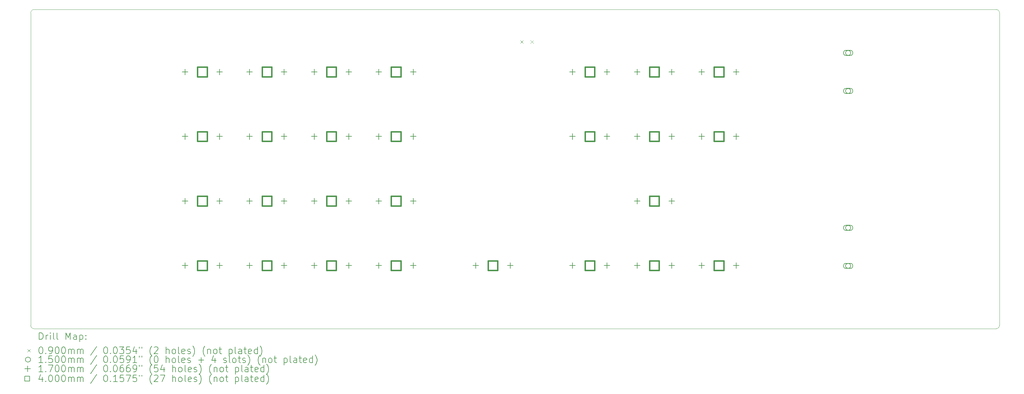
<source format=gbr>
%TF.GenerationSoftware,KiCad,Pcbnew,(6.0.7-1)-1*%
%TF.CreationDate,2022-09-15T21:20:58+02:00*%
%TF.ProjectId,yts-pcb,7974732d-7063-4622-9e6b-696361645f70,rev?*%
%TF.SameCoordinates,Original*%
%TF.FileFunction,Drillmap*%
%TF.FilePolarity,Positive*%
%FSLAX45Y45*%
G04 Gerber Fmt 4.5, Leading zero omitted, Abs format (unit mm)*
G04 Created by KiCad (PCBNEW (6.0.7-1)-1) date 2022-09-15 21:20:58*
%MOMM*%
%LPD*%
G01*
G04 APERTURE LIST*
%ADD10C,0.100000*%
%ADD11C,0.200000*%
%ADD12C,0.090000*%
%ADD13C,0.150000*%
%ADD14C,0.170000*%
%ADD15C,0.400000*%
G04 APERTURE END LIST*
D10*
X34700000Y-8930000D02*
G75*
G03*
X34600000Y-8830000I-100000J0D01*
G01*
X34600000Y-18230000D02*
G75*
G03*
X34699796Y-18130204I0J99796D01*
G01*
X6305000Y-8830003D02*
G75*
G03*
X6200000Y-8934246I-750J-104247D01*
G01*
X34700000Y-8930000D02*
X34699796Y-18130204D01*
X6300000Y-18230000D02*
X34600000Y-18230000D01*
X6200000Y-18130000D02*
G75*
G03*
X6300000Y-18230000I100000J0D01*
G01*
X6305000Y-8830000D02*
X34600000Y-8830000D01*
X6200000Y-8934246D02*
X6200000Y-18130000D01*
D11*
D12*
X20602796Y-9742000D02*
X20692796Y-9832000D01*
X20692796Y-9742000D02*
X20602796Y-9832000D01*
X20902796Y-9742000D02*
X20992796Y-9832000D01*
X20992796Y-9742000D02*
X20902796Y-9832000D01*
D13*
X30322796Y-10110000D02*
G75*
G03*
X30322796Y-10110000I-75000J0D01*
G01*
D11*
X30182796Y-10185000D02*
X30312796Y-10185000D01*
X30182796Y-10035000D02*
X30312796Y-10035000D01*
X30312796Y-10185000D02*
G75*
G03*
X30312796Y-10035000I0J75000D01*
G01*
X30182796Y-10035000D02*
G75*
G03*
X30182796Y-10185000I0J-75000D01*
G01*
D13*
X30322796Y-11230000D02*
G75*
G03*
X30322796Y-11230000I-75000J0D01*
G01*
D11*
X30182796Y-11305000D02*
X30312796Y-11305000D01*
X30182796Y-11155000D02*
X30312796Y-11155000D01*
X30312796Y-11305000D02*
G75*
G03*
X30312796Y-11155000I0J75000D01*
G01*
X30182796Y-11155000D02*
G75*
G03*
X30182796Y-11305000I0J-75000D01*
G01*
D13*
X30322796Y-15260000D02*
G75*
G03*
X30322796Y-15260000I-75000J0D01*
G01*
D11*
X30182796Y-15335000D02*
X30312796Y-15335000D01*
X30182796Y-15185000D02*
X30312796Y-15185000D01*
X30312796Y-15335000D02*
G75*
G03*
X30312796Y-15185000I0J75000D01*
G01*
X30182796Y-15185000D02*
G75*
G03*
X30182796Y-15335000I0J-75000D01*
G01*
D13*
X30322796Y-16380000D02*
G75*
G03*
X30322796Y-16380000I-75000J0D01*
G01*
D11*
X30182796Y-16455000D02*
X30312796Y-16455000D01*
X30182796Y-16305000D02*
X30312796Y-16305000D01*
X30312796Y-16455000D02*
G75*
G03*
X30312796Y-16305000I0J75000D01*
G01*
X30182796Y-16305000D02*
G75*
G03*
X30182796Y-16455000I0J-75000D01*
G01*
D14*
X10739796Y-10585000D02*
X10739796Y-10755000D01*
X10654796Y-10670000D02*
X10824796Y-10670000D01*
X10739796Y-12485000D02*
X10739796Y-12655000D01*
X10654796Y-12570000D02*
X10824796Y-12570000D01*
X10739796Y-14385000D02*
X10739796Y-14555000D01*
X10654796Y-14470000D02*
X10824796Y-14470000D01*
X10739796Y-16285000D02*
X10739796Y-16455000D01*
X10654796Y-16370000D02*
X10824796Y-16370000D01*
X11755796Y-10585000D02*
X11755796Y-10755000D01*
X11670796Y-10670000D02*
X11840796Y-10670000D01*
X11755796Y-12485000D02*
X11755796Y-12655000D01*
X11670796Y-12570000D02*
X11840796Y-12570000D01*
X11755796Y-14385000D02*
X11755796Y-14555000D01*
X11670796Y-14470000D02*
X11840796Y-14470000D01*
X11755796Y-16285000D02*
X11755796Y-16455000D01*
X11670796Y-16370000D02*
X11840796Y-16370000D01*
X12639796Y-10585000D02*
X12639796Y-10755000D01*
X12554796Y-10670000D02*
X12724796Y-10670000D01*
X12639796Y-12485000D02*
X12639796Y-12655000D01*
X12554796Y-12570000D02*
X12724796Y-12570000D01*
X12639796Y-14385000D02*
X12639796Y-14555000D01*
X12554796Y-14470000D02*
X12724796Y-14470000D01*
X12639796Y-16285000D02*
X12639796Y-16455000D01*
X12554796Y-16370000D02*
X12724796Y-16370000D01*
X13655796Y-10585000D02*
X13655796Y-10755000D01*
X13570796Y-10670000D02*
X13740796Y-10670000D01*
X13655796Y-12485000D02*
X13655796Y-12655000D01*
X13570796Y-12570000D02*
X13740796Y-12570000D01*
X13655796Y-14385000D02*
X13655796Y-14555000D01*
X13570796Y-14470000D02*
X13740796Y-14470000D01*
X13655796Y-16285000D02*
X13655796Y-16455000D01*
X13570796Y-16370000D02*
X13740796Y-16370000D01*
X14539796Y-10585000D02*
X14539796Y-10755000D01*
X14454796Y-10670000D02*
X14624796Y-10670000D01*
X14539796Y-12485000D02*
X14539796Y-12655000D01*
X14454796Y-12570000D02*
X14624796Y-12570000D01*
X14539796Y-14385000D02*
X14539796Y-14555000D01*
X14454796Y-14470000D02*
X14624796Y-14470000D01*
X14539796Y-16285000D02*
X14539796Y-16455000D01*
X14454796Y-16370000D02*
X14624796Y-16370000D01*
X15555796Y-10585000D02*
X15555796Y-10755000D01*
X15470796Y-10670000D02*
X15640796Y-10670000D01*
X15555796Y-12485000D02*
X15555796Y-12655000D01*
X15470796Y-12570000D02*
X15640796Y-12570000D01*
X15555796Y-14385000D02*
X15555796Y-14555000D01*
X15470796Y-14470000D02*
X15640796Y-14470000D01*
X15555796Y-16285000D02*
X15555796Y-16455000D01*
X15470796Y-16370000D02*
X15640796Y-16370000D01*
X16439796Y-10585000D02*
X16439796Y-10755000D01*
X16354796Y-10670000D02*
X16524796Y-10670000D01*
X16439796Y-12485000D02*
X16439796Y-12655000D01*
X16354796Y-12570000D02*
X16524796Y-12570000D01*
X16439796Y-14385000D02*
X16439796Y-14555000D01*
X16354796Y-14470000D02*
X16524796Y-14470000D01*
X16439796Y-16285000D02*
X16439796Y-16455000D01*
X16354796Y-16370000D02*
X16524796Y-16370000D01*
X17455796Y-10585000D02*
X17455796Y-10755000D01*
X17370796Y-10670000D02*
X17540796Y-10670000D01*
X17455796Y-12485000D02*
X17455796Y-12655000D01*
X17370796Y-12570000D02*
X17540796Y-12570000D01*
X17455796Y-14385000D02*
X17455796Y-14555000D01*
X17370796Y-14470000D02*
X17540796Y-14470000D01*
X17455796Y-16285000D02*
X17455796Y-16455000D01*
X17370796Y-16370000D02*
X17540796Y-16370000D01*
X19289796Y-16285000D02*
X19289796Y-16455000D01*
X19204796Y-16370000D02*
X19374796Y-16370000D01*
X20305796Y-16285000D02*
X20305796Y-16455000D01*
X20220796Y-16370000D02*
X20390796Y-16370000D01*
X22139796Y-10585000D02*
X22139796Y-10755000D01*
X22054796Y-10670000D02*
X22224796Y-10670000D01*
X22139796Y-12485000D02*
X22139796Y-12655000D01*
X22054796Y-12570000D02*
X22224796Y-12570000D01*
X22139796Y-16285000D02*
X22139796Y-16455000D01*
X22054796Y-16370000D02*
X22224796Y-16370000D01*
X23155796Y-10585000D02*
X23155796Y-10755000D01*
X23070796Y-10670000D02*
X23240796Y-10670000D01*
X23155796Y-12485000D02*
X23155796Y-12655000D01*
X23070796Y-12570000D02*
X23240796Y-12570000D01*
X23155796Y-16285000D02*
X23155796Y-16455000D01*
X23070796Y-16370000D02*
X23240796Y-16370000D01*
X24039796Y-10585000D02*
X24039796Y-10755000D01*
X23954796Y-10670000D02*
X24124796Y-10670000D01*
X24039796Y-12485000D02*
X24039796Y-12655000D01*
X23954796Y-12570000D02*
X24124796Y-12570000D01*
X24039796Y-14385000D02*
X24039796Y-14555000D01*
X23954796Y-14470000D02*
X24124796Y-14470000D01*
X24039796Y-16285000D02*
X24039796Y-16455000D01*
X23954796Y-16370000D02*
X24124796Y-16370000D01*
X25055796Y-10585000D02*
X25055796Y-10755000D01*
X24970796Y-10670000D02*
X25140796Y-10670000D01*
X25055796Y-12485000D02*
X25055796Y-12655000D01*
X24970796Y-12570000D02*
X25140796Y-12570000D01*
X25055796Y-14385000D02*
X25055796Y-14555000D01*
X24970796Y-14470000D02*
X25140796Y-14470000D01*
X25055796Y-16285000D02*
X25055796Y-16455000D01*
X24970796Y-16370000D02*
X25140796Y-16370000D01*
X25939796Y-10585000D02*
X25939796Y-10755000D01*
X25854796Y-10670000D02*
X26024796Y-10670000D01*
X25939796Y-12485000D02*
X25939796Y-12655000D01*
X25854796Y-12570000D02*
X26024796Y-12570000D01*
X25939796Y-16285000D02*
X25939796Y-16455000D01*
X25854796Y-16370000D02*
X26024796Y-16370000D01*
X26955796Y-10585000D02*
X26955796Y-10755000D01*
X26870796Y-10670000D02*
X27040796Y-10670000D01*
X26955796Y-12485000D02*
X26955796Y-12655000D01*
X26870796Y-12570000D02*
X27040796Y-12570000D01*
X26955796Y-16285000D02*
X26955796Y-16455000D01*
X26870796Y-16370000D02*
X27040796Y-16370000D01*
D15*
X11389218Y-10811423D02*
X11389218Y-10528577D01*
X11106373Y-10528577D01*
X11106373Y-10811423D01*
X11389218Y-10811423D01*
X11389218Y-12711423D02*
X11389218Y-12428577D01*
X11106373Y-12428577D01*
X11106373Y-12711423D01*
X11389218Y-12711423D01*
X11389218Y-14611423D02*
X11389218Y-14328577D01*
X11106373Y-14328577D01*
X11106373Y-14611423D01*
X11389218Y-14611423D01*
X11389218Y-16511423D02*
X11389218Y-16228577D01*
X11106373Y-16228577D01*
X11106373Y-16511423D01*
X11389218Y-16511423D01*
X13289218Y-10811423D02*
X13289218Y-10528577D01*
X13006373Y-10528577D01*
X13006373Y-10811423D01*
X13289218Y-10811423D01*
X13289218Y-12711423D02*
X13289218Y-12428577D01*
X13006373Y-12428577D01*
X13006373Y-12711423D01*
X13289218Y-12711423D01*
X13289218Y-14611423D02*
X13289218Y-14328577D01*
X13006373Y-14328577D01*
X13006373Y-14611423D01*
X13289218Y-14611423D01*
X13289218Y-16511423D02*
X13289218Y-16228577D01*
X13006373Y-16228577D01*
X13006373Y-16511423D01*
X13289218Y-16511423D01*
X15189218Y-10811423D02*
X15189218Y-10528577D01*
X14906373Y-10528577D01*
X14906373Y-10811423D01*
X15189218Y-10811423D01*
X15189218Y-12711423D02*
X15189218Y-12428577D01*
X14906373Y-12428577D01*
X14906373Y-12711423D01*
X15189218Y-12711423D01*
X15189218Y-14611423D02*
X15189218Y-14328577D01*
X14906373Y-14328577D01*
X14906373Y-14611423D01*
X15189218Y-14611423D01*
X15189218Y-16511423D02*
X15189218Y-16228577D01*
X14906373Y-16228577D01*
X14906373Y-16511423D01*
X15189218Y-16511423D01*
X17089219Y-10811423D02*
X17089219Y-10528577D01*
X16806373Y-10528577D01*
X16806373Y-10811423D01*
X17089219Y-10811423D01*
X17089219Y-12711423D02*
X17089219Y-12428577D01*
X16806373Y-12428577D01*
X16806373Y-12711423D01*
X17089219Y-12711423D01*
X17089219Y-14611423D02*
X17089219Y-14328577D01*
X16806373Y-14328577D01*
X16806373Y-14611423D01*
X17089219Y-14611423D01*
X17089219Y-16511423D02*
X17089219Y-16228577D01*
X16806373Y-16228577D01*
X16806373Y-16511423D01*
X17089219Y-16511423D01*
X19939219Y-16511423D02*
X19939219Y-16228577D01*
X19656373Y-16228577D01*
X19656373Y-16511423D01*
X19939219Y-16511423D01*
X22789218Y-10811423D02*
X22789218Y-10528577D01*
X22506373Y-10528577D01*
X22506373Y-10811423D01*
X22789218Y-10811423D01*
X22789218Y-12711423D02*
X22789218Y-12428577D01*
X22506373Y-12428577D01*
X22506373Y-12711423D01*
X22789218Y-12711423D01*
X22789218Y-16511423D02*
X22789218Y-16228577D01*
X22506373Y-16228577D01*
X22506373Y-16511423D01*
X22789218Y-16511423D01*
X24689218Y-10811423D02*
X24689218Y-10528577D01*
X24406373Y-10528577D01*
X24406373Y-10811423D01*
X24689218Y-10811423D01*
X24689218Y-12711423D02*
X24689218Y-12428577D01*
X24406373Y-12428577D01*
X24406373Y-12711423D01*
X24689218Y-12711423D01*
X24689218Y-14611423D02*
X24689218Y-14328577D01*
X24406373Y-14328577D01*
X24406373Y-14611423D01*
X24689218Y-14611423D01*
X24689218Y-16511423D02*
X24689218Y-16228577D01*
X24406373Y-16228577D01*
X24406373Y-16511423D01*
X24689218Y-16511423D01*
X26589218Y-10811423D02*
X26589218Y-10528577D01*
X26306373Y-10528577D01*
X26306373Y-10811423D01*
X26589218Y-10811423D01*
X26589218Y-12711423D02*
X26589218Y-12428577D01*
X26306373Y-12428577D01*
X26306373Y-12711423D01*
X26589218Y-12711423D01*
X26589218Y-16511423D02*
X26589218Y-16228577D01*
X26306373Y-16228577D01*
X26306373Y-16511423D01*
X26589218Y-16511423D01*
D11*
X6452619Y-18545476D02*
X6452619Y-18345476D01*
X6500238Y-18345476D01*
X6528809Y-18355000D01*
X6547857Y-18374048D01*
X6557381Y-18393095D01*
X6566905Y-18431190D01*
X6566905Y-18459762D01*
X6557381Y-18497857D01*
X6547857Y-18516905D01*
X6528809Y-18535952D01*
X6500238Y-18545476D01*
X6452619Y-18545476D01*
X6652619Y-18545476D02*
X6652619Y-18412143D01*
X6652619Y-18450238D02*
X6662143Y-18431190D01*
X6671667Y-18421667D01*
X6690714Y-18412143D01*
X6709762Y-18412143D01*
X6776428Y-18545476D02*
X6776428Y-18412143D01*
X6776428Y-18345476D02*
X6766905Y-18355000D01*
X6776428Y-18364524D01*
X6785952Y-18355000D01*
X6776428Y-18345476D01*
X6776428Y-18364524D01*
X6900238Y-18545476D02*
X6881190Y-18535952D01*
X6871667Y-18516905D01*
X6871667Y-18345476D01*
X7005000Y-18545476D02*
X6985952Y-18535952D01*
X6976428Y-18516905D01*
X6976428Y-18345476D01*
X7233571Y-18545476D02*
X7233571Y-18345476D01*
X7300238Y-18488333D01*
X7366905Y-18345476D01*
X7366905Y-18545476D01*
X7547857Y-18545476D02*
X7547857Y-18440714D01*
X7538333Y-18421667D01*
X7519286Y-18412143D01*
X7481190Y-18412143D01*
X7462143Y-18421667D01*
X7547857Y-18535952D02*
X7528809Y-18545476D01*
X7481190Y-18545476D01*
X7462143Y-18535952D01*
X7452619Y-18516905D01*
X7452619Y-18497857D01*
X7462143Y-18478810D01*
X7481190Y-18469286D01*
X7528809Y-18469286D01*
X7547857Y-18459762D01*
X7643095Y-18412143D02*
X7643095Y-18612143D01*
X7643095Y-18421667D02*
X7662143Y-18412143D01*
X7700238Y-18412143D01*
X7719286Y-18421667D01*
X7728809Y-18431190D01*
X7738333Y-18450238D01*
X7738333Y-18507381D01*
X7728809Y-18526429D01*
X7719286Y-18535952D01*
X7700238Y-18545476D01*
X7662143Y-18545476D01*
X7643095Y-18535952D01*
X7824048Y-18526429D02*
X7833571Y-18535952D01*
X7824048Y-18545476D01*
X7814524Y-18535952D01*
X7824048Y-18526429D01*
X7824048Y-18545476D01*
X7824048Y-18421667D02*
X7833571Y-18431190D01*
X7824048Y-18440714D01*
X7814524Y-18431190D01*
X7824048Y-18421667D01*
X7824048Y-18440714D01*
D12*
X6105000Y-18830000D02*
X6195000Y-18920000D01*
X6195000Y-18830000D02*
X6105000Y-18920000D01*
D11*
X6490714Y-18765476D02*
X6509762Y-18765476D01*
X6528809Y-18775000D01*
X6538333Y-18784524D01*
X6547857Y-18803571D01*
X6557381Y-18841667D01*
X6557381Y-18889286D01*
X6547857Y-18927381D01*
X6538333Y-18946429D01*
X6528809Y-18955952D01*
X6509762Y-18965476D01*
X6490714Y-18965476D01*
X6471667Y-18955952D01*
X6462143Y-18946429D01*
X6452619Y-18927381D01*
X6443095Y-18889286D01*
X6443095Y-18841667D01*
X6452619Y-18803571D01*
X6462143Y-18784524D01*
X6471667Y-18775000D01*
X6490714Y-18765476D01*
X6643095Y-18946429D02*
X6652619Y-18955952D01*
X6643095Y-18965476D01*
X6633571Y-18955952D01*
X6643095Y-18946429D01*
X6643095Y-18965476D01*
X6747857Y-18965476D02*
X6785952Y-18965476D01*
X6805000Y-18955952D01*
X6814524Y-18946429D01*
X6833571Y-18917857D01*
X6843095Y-18879762D01*
X6843095Y-18803571D01*
X6833571Y-18784524D01*
X6824048Y-18775000D01*
X6805000Y-18765476D01*
X6766905Y-18765476D01*
X6747857Y-18775000D01*
X6738333Y-18784524D01*
X6728809Y-18803571D01*
X6728809Y-18851190D01*
X6738333Y-18870238D01*
X6747857Y-18879762D01*
X6766905Y-18889286D01*
X6805000Y-18889286D01*
X6824048Y-18879762D01*
X6833571Y-18870238D01*
X6843095Y-18851190D01*
X6966905Y-18765476D02*
X6985952Y-18765476D01*
X7005000Y-18775000D01*
X7014524Y-18784524D01*
X7024048Y-18803571D01*
X7033571Y-18841667D01*
X7033571Y-18889286D01*
X7024048Y-18927381D01*
X7014524Y-18946429D01*
X7005000Y-18955952D01*
X6985952Y-18965476D01*
X6966905Y-18965476D01*
X6947857Y-18955952D01*
X6938333Y-18946429D01*
X6928809Y-18927381D01*
X6919286Y-18889286D01*
X6919286Y-18841667D01*
X6928809Y-18803571D01*
X6938333Y-18784524D01*
X6947857Y-18775000D01*
X6966905Y-18765476D01*
X7157381Y-18765476D02*
X7176428Y-18765476D01*
X7195476Y-18775000D01*
X7205000Y-18784524D01*
X7214524Y-18803571D01*
X7224048Y-18841667D01*
X7224048Y-18889286D01*
X7214524Y-18927381D01*
X7205000Y-18946429D01*
X7195476Y-18955952D01*
X7176428Y-18965476D01*
X7157381Y-18965476D01*
X7138333Y-18955952D01*
X7128809Y-18946429D01*
X7119286Y-18927381D01*
X7109762Y-18889286D01*
X7109762Y-18841667D01*
X7119286Y-18803571D01*
X7128809Y-18784524D01*
X7138333Y-18775000D01*
X7157381Y-18765476D01*
X7309762Y-18965476D02*
X7309762Y-18832143D01*
X7309762Y-18851190D02*
X7319286Y-18841667D01*
X7338333Y-18832143D01*
X7366905Y-18832143D01*
X7385952Y-18841667D01*
X7395476Y-18860714D01*
X7395476Y-18965476D01*
X7395476Y-18860714D02*
X7405000Y-18841667D01*
X7424048Y-18832143D01*
X7452619Y-18832143D01*
X7471667Y-18841667D01*
X7481190Y-18860714D01*
X7481190Y-18965476D01*
X7576428Y-18965476D02*
X7576428Y-18832143D01*
X7576428Y-18851190D02*
X7585952Y-18841667D01*
X7605000Y-18832143D01*
X7633571Y-18832143D01*
X7652619Y-18841667D01*
X7662143Y-18860714D01*
X7662143Y-18965476D01*
X7662143Y-18860714D02*
X7671667Y-18841667D01*
X7690714Y-18832143D01*
X7719286Y-18832143D01*
X7738333Y-18841667D01*
X7747857Y-18860714D01*
X7747857Y-18965476D01*
X8138333Y-18755952D02*
X7966905Y-19013095D01*
X8395476Y-18765476D02*
X8414524Y-18765476D01*
X8433571Y-18775000D01*
X8443095Y-18784524D01*
X8452619Y-18803571D01*
X8462143Y-18841667D01*
X8462143Y-18889286D01*
X8452619Y-18927381D01*
X8443095Y-18946429D01*
X8433571Y-18955952D01*
X8414524Y-18965476D01*
X8395476Y-18965476D01*
X8376428Y-18955952D01*
X8366905Y-18946429D01*
X8357381Y-18927381D01*
X8347857Y-18889286D01*
X8347857Y-18841667D01*
X8357381Y-18803571D01*
X8366905Y-18784524D01*
X8376428Y-18775000D01*
X8395476Y-18765476D01*
X8547857Y-18946429D02*
X8557381Y-18955952D01*
X8547857Y-18965476D01*
X8538333Y-18955952D01*
X8547857Y-18946429D01*
X8547857Y-18965476D01*
X8681190Y-18765476D02*
X8700238Y-18765476D01*
X8719286Y-18775000D01*
X8728810Y-18784524D01*
X8738333Y-18803571D01*
X8747857Y-18841667D01*
X8747857Y-18889286D01*
X8738333Y-18927381D01*
X8728810Y-18946429D01*
X8719286Y-18955952D01*
X8700238Y-18965476D01*
X8681190Y-18965476D01*
X8662143Y-18955952D01*
X8652619Y-18946429D01*
X8643095Y-18927381D01*
X8633571Y-18889286D01*
X8633571Y-18841667D01*
X8643095Y-18803571D01*
X8652619Y-18784524D01*
X8662143Y-18775000D01*
X8681190Y-18765476D01*
X8814524Y-18765476D02*
X8938333Y-18765476D01*
X8871667Y-18841667D01*
X8900238Y-18841667D01*
X8919286Y-18851190D01*
X8928810Y-18860714D01*
X8938333Y-18879762D01*
X8938333Y-18927381D01*
X8928810Y-18946429D01*
X8919286Y-18955952D01*
X8900238Y-18965476D01*
X8843095Y-18965476D01*
X8824048Y-18955952D01*
X8814524Y-18946429D01*
X9119286Y-18765476D02*
X9024048Y-18765476D01*
X9014524Y-18860714D01*
X9024048Y-18851190D01*
X9043095Y-18841667D01*
X9090714Y-18841667D01*
X9109762Y-18851190D01*
X9119286Y-18860714D01*
X9128810Y-18879762D01*
X9128810Y-18927381D01*
X9119286Y-18946429D01*
X9109762Y-18955952D01*
X9090714Y-18965476D01*
X9043095Y-18965476D01*
X9024048Y-18955952D01*
X9014524Y-18946429D01*
X9300238Y-18832143D02*
X9300238Y-18965476D01*
X9252619Y-18755952D02*
X9205000Y-18898810D01*
X9328810Y-18898810D01*
X9395476Y-18765476D02*
X9395476Y-18803571D01*
X9471667Y-18765476D02*
X9471667Y-18803571D01*
X9766905Y-19041667D02*
X9757381Y-19032143D01*
X9738333Y-19003571D01*
X9728810Y-18984524D01*
X9719286Y-18955952D01*
X9709762Y-18908333D01*
X9709762Y-18870238D01*
X9719286Y-18822619D01*
X9728810Y-18794048D01*
X9738333Y-18775000D01*
X9757381Y-18746429D01*
X9766905Y-18736905D01*
X9833571Y-18784524D02*
X9843095Y-18775000D01*
X9862143Y-18765476D01*
X9909762Y-18765476D01*
X9928810Y-18775000D01*
X9938333Y-18784524D01*
X9947857Y-18803571D01*
X9947857Y-18822619D01*
X9938333Y-18851190D01*
X9824048Y-18965476D01*
X9947857Y-18965476D01*
X10185952Y-18965476D02*
X10185952Y-18765476D01*
X10271667Y-18965476D02*
X10271667Y-18860714D01*
X10262143Y-18841667D01*
X10243095Y-18832143D01*
X10214524Y-18832143D01*
X10195476Y-18841667D01*
X10185952Y-18851190D01*
X10395476Y-18965476D02*
X10376429Y-18955952D01*
X10366905Y-18946429D01*
X10357381Y-18927381D01*
X10357381Y-18870238D01*
X10366905Y-18851190D01*
X10376429Y-18841667D01*
X10395476Y-18832143D01*
X10424048Y-18832143D01*
X10443095Y-18841667D01*
X10452619Y-18851190D01*
X10462143Y-18870238D01*
X10462143Y-18927381D01*
X10452619Y-18946429D01*
X10443095Y-18955952D01*
X10424048Y-18965476D01*
X10395476Y-18965476D01*
X10576429Y-18965476D02*
X10557381Y-18955952D01*
X10547857Y-18936905D01*
X10547857Y-18765476D01*
X10728810Y-18955952D02*
X10709762Y-18965476D01*
X10671667Y-18965476D01*
X10652619Y-18955952D01*
X10643095Y-18936905D01*
X10643095Y-18860714D01*
X10652619Y-18841667D01*
X10671667Y-18832143D01*
X10709762Y-18832143D01*
X10728810Y-18841667D01*
X10738333Y-18860714D01*
X10738333Y-18879762D01*
X10643095Y-18898810D01*
X10814524Y-18955952D02*
X10833571Y-18965476D01*
X10871667Y-18965476D01*
X10890714Y-18955952D01*
X10900238Y-18936905D01*
X10900238Y-18927381D01*
X10890714Y-18908333D01*
X10871667Y-18898810D01*
X10843095Y-18898810D01*
X10824048Y-18889286D01*
X10814524Y-18870238D01*
X10814524Y-18860714D01*
X10824048Y-18841667D01*
X10843095Y-18832143D01*
X10871667Y-18832143D01*
X10890714Y-18841667D01*
X10966905Y-19041667D02*
X10976429Y-19032143D01*
X10995476Y-19003571D01*
X11005000Y-18984524D01*
X11014524Y-18955952D01*
X11024048Y-18908333D01*
X11024048Y-18870238D01*
X11014524Y-18822619D01*
X11005000Y-18794048D01*
X10995476Y-18775000D01*
X10976429Y-18746429D01*
X10966905Y-18736905D01*
X11328809Y-19041667D02*
X11319286Y-19032143D01*
X11300238Y-19003571D01*
X11290714Y-18984524D01*
X11281190Y-18955952D01*
X11271667Y-18908333D01*
X11271667Y-18870238D01*
X11281190Y-18822619D01*
X11290714Y-18794048D01*
X11300238Y-18775000D01*
X11319286Y-18746429D01*
X11328809Y-18736905D01*
X11405000Y-18832143D02*
X11405000Y-18965476D01*
X11405000Y-18851190D02*
X11414524Y-18841667D01*
X11433571Y-18832143D01*
X11462143Y-18832143D01*
X11481190Y-18841667D01*
X11490714Y-18860714D01*
X11490714Y-18965476D01*
X11614524Y-18965476D02*
X11595476Y-18955952D01*
X11585952Y-18946429D01*
X11576428Y-18927381D01*
X11576428Y-18870238D01*
X11585952Y-18851190D01*
X11595476Y-18841667D01*
X11614524Y-18832143D01*
X11643095Y-18832143D01*
X11662143Y-18841667D01*
X11671667Y-18851190D01*
X11681190Y-18870238D01*
X11681190Y-18927381D01*
X11671667Y-18946429D01*
X11662143Y-18955952D01*
X11643095Y-18965476D01*
X11614524Y-18965476D01*
X11738333Y-18832143D02*
X11814524Y-18832143D01*
X11766905Y-18765476D02*
X11766905Y-18936905D01*
X11776428Y-18955952D01*
X11795476Y-18965476D01*
X11814524Y-18965476D01*
X12033571Y-18832143D02*
X12033571Y-19032143D01*
X12033571Y-18841667D02*
X12052619Y-18832143D01*
X12090714Y-18832143D01*
X12109762Y-18841667D01*
X12119286Y-18851190D01*
X12128809Y-18870238D01*
X12128809Y-18927381D01*
X12119286Y-18946429D01*
X12109762Y-18955952D01*
X12090714Y-18965476D01*
X12052619Y-18965476D01*
X12033571Y-18955952D01*
X12243095Y-18965476D02*
X12224048Y-18955952D01*
X12214524Y-18936905D01*
X12214524Y-18765476D01*
X12405000Y-18965476D02*
X12405000Y-18860714D01*
X12395476Y-18841667D01*
X12376428Y-18832143D01*
X12338333Y-18832143D01*
X12319286Y-18841667D01*
X12405000Y-18955952D02*
X12385952Y-18965476D01*
X12338333Y-18965476D01*
X12319286Y-18955952D01*
X12309762Y-18936905D01*
X12309762Y-18917857D01*
X12319286Y-18898810D01*
X12338333Y-18889286D01*
X12385952Y-18889286D01*
X12405000Y-18879762D01*
X12471667Y-18832143D02*
X12547857Y-18832143D01*
X12500238Y-18765476D02*
X12500238Y-18936905D01*
X12509762Y-18955952D01*
X12528809Y-18965476D01*
X12547857Y-18965476D01*
X12690714Y-18955952D02*
X12671667Y-18965476D01*
X12633571Y-18965476D01*
X12614524Y-18955952D01*
X12605000Y-18936905D01*
X12605000Y-18860714D01*
X12614524Y-18841667D01*
X12633571Y-18832143D01*
X12671667Y-18832143D01*
X12690714Y-18841667D01*
X12700238Y-18860714D01*
X12700238Y-18879762D01*
X12605000Y-18898810D01*
X12871667Y-18965476D02*
X12871667Y-18765476D01*
X12871667Y-18955952D02*
X12852619Y-18965476D01*
X12814524Y-18965476D01*
X12795476Y-18955952D01*
X12785952Y-18946429D01*
X12776428Y-18927381D01*
X12776428Y-18870238D01*
X12785952Y-18851190D01*
X12795476Y-18841667D01*
X12814524Y-18832143D01*
X12852619Y-18832143D01*
X12871667Y-18841667D01*
X12947857Y-19041667D02*
X12957381Y-19032143D01*
X12976428Y-19003571D01*
X12985952Y-18984524D01*
X12995476Y-18955952D01*
X13005000Y-18908333D01*
X13005000Y-18870238D01*
X12995476Y-18822619D01*
X12985952Y-18794048D01*
X12976428Y-18775000D01*
X12957381Y-18746429D01*
X12947857Y-18736905D01*
D13*
X6195000Y-19139000D02*
G75*
G03*
X6195000Y-19139000I-75000J0D01*
G01*
D11*
X6557381Y-19229476D02*
X6443095Y-19229476D01*
X6500238Y-19229476D02*
X6500238Y-19029476D01*
X6481190Y-19058048D01*
X6462143Y-19077095D01*
X6443095Y-19086619D01*
X6643095Y-19210429D02*
X6652619Y-19219952D01*
X6643095Y-19229476D01*
X6633571Y-19219952D01*
X6643095Y-19210429D01*
X6643095Y-19229476D01*
X6833571Y-19029476D02*
X6738333Y-19029476D01*
X6728809Y-19124714D01*
X6738333Y-19115190D01*
X6757381Y-19105667D01*
X6805000Y-19105667D01*
X6824048Y-19115190D01*
X6833571Y-19124714D01*
X6843095Y-19143762D01*
X6843095Y-19191381D01*
X6833571Y-19210429D01*
X6824048Y-19219952D01*
X6805000Y-19229476D01*
X6757381Y-19229476D01*
X6738333Y-19219952D01*
X6728809Y-19210429D01*
X6966905Y-19029476D02*
X6985952Y-19029476D01*
X7005000Y-19039000D01*
X7014524Y-19048524D01*
X7024048Y-19067571D01*
X7033571Y-19105667D01*
X7033571Y-19153286D01*
X7024048Y-19191381D01*
X7014524Y-19210429D01*
X7005000Y-19219952D01*
X6985952Y-19229476D01*
X6966905Y-19229476D01*
X6947857Y-19219952D01*
X6938333Y-19210429D01*
X6928809Y-19191381D01*
X6919286Y-19153286D01*
X6919286Y-19105667D01*
X6928809Y-19067571D01*
X6938333Y-19048524D01*
X6947857Y-19039000D01*
X6966905Y-19029476D01*
X7157381Y-19029476D02*
X7176428Y-19029476D01*
X7195476Y-19039000D01*
X7205000Y-19048524D01*
X7214524Y-19067571D01*
X7224048Y-19105667D01*
X7224048Y-19153286D01*
X7214524Y-19191381D01*
X7205000Y-19210429D01*
X7195476Y-19219952D01*
X7176428Y-19229476D01*
X7157381Y-19229476D01*
X7138333Y-19219952D01*
X7128809Y-19210429D01*
X7119286Y-19191381D01*
X7109762Y-19153286D01*
X7109762Y-19105667D01*
X7119286Y-19067571D01*
X7128809Y-19048524D01*
X7138333Y-19039000D01*
X7157381Y-19029476D01*
X7309762Y-19229476D02*
X7309762Y-19096143D01*
X7309762Y-19115190D02*
X7319286Y-19105667D01*
X7338333Y-19096143D01*
X7366905Y-19096143D01*
X7385952Y-19105667D01*
X7395476Y-19124714D01*
X7395476Y-19229476D01*
X7395476Y-19124714D02*
X7405000Y-19105667D01*
X7424048Y-19096143D01*
X7452619Y-19096143D01*
X7471667Y-19105667D01*
X7481190Y-19124714D01*
X7481190Y-19229476D01*
X7576428Y-19229476D02*
X7576428Y-19096143D01*
X7576428Y-19115190D02*
X7585952Y-19105667D01*
X7605000Y-19096143D01*
X7633571Y-19096143D01*
X7652619Y-19105667D01*
X7662143Y-19124714D01*
X7662143Y-19229476D01*
X7662143Y-19124714D02*
X7671667Y-19105667D01*
X7690714Y-19096143D01*
X7719286Y-19096143D01*
X7738333Y-19105667D01*
X7747857Y-19124714D01*
X7747857Y-19229476D01*
X8138333Y-19019952D02*
X7966905Y-19277095D01*
X8395476Y-19029476D02*
X8414524Y-19029476D01*
X8433571Y-19039000D01*
X8443095Y-19048524D01*
X8452619Y-19067571D01*
X8462143Y-19105667D01*
X8462143Y-19153286D01*
X8452619Y-19191381D01*
X8443095Y-19210429D01*
X8433571Y-19219952D01*
X8414524Y-19229476D01*
X8395476Y-19229476D01*
X8376428Y-19219952D01*
X8366905Y-19210429D01*
X8357381Y-19191381D01*
X8347857Y-19153286D01*
X8347857Y-19105667D01*
X8357381Y-19067571D01*
X8366905Y-19048524D01*
X8376428Y-19039000D01*
X8395476Y-19029476D01*
X8547857Y-19210429D02*
X8557381Y-19219952D01*
X8547857Y-19229476D01*
X8538333Y-19219952D01*
X8547857Y-19210429D01*
X8547857Y-19229476D01*
X8681190Y-19029476D02*
X8700238Y-19029476D01*
X8719286Y-19039000D01*
X8728810Y-19048524D01*
X8738333Y-19067571D01*
X8747857Y-19105667D01*
X8747857Y-19153286D01*
X8738333Y-19191381D01*
X8728810Y-19210429D01*
X8719286Y-19219952D01*
X8700238Y-19229476D01*
X8681190Y-19229476D01*
X8662143Y-19219952D01*
X8652619Y-19210429D01*
X8643095Y-19191381D01*
X8633571Y-19153286D01*
X8633571Y-19105667D01*
X8643095Y-19067571D01*
X8652619Y-19048524D01*
X8662143Y-19039000D01*
X8681190Y-19029476D01*
X8928810Y-19029476D02*
X8833571Y-19029476D01*
X8824048Y-19124714D01*
X8833571Y-19115190D01*
X8852619Y-19105667D01*
X8900238Y-19105667D01*
X8919286Y-19115190D01*
X8928810Y-19124714D01*
X8938333Y-19143762D01*
X8938333Y-19191381D01*
X8928810Y-19210429D01*
X8919286Y-19219952D01*
X8900238Y-19229476D01*
X8852619Y-19229476D01*
X8833571Y-19219952D01*
X8824048Y-19210429D01*
X9033571Y-19229476D02*
X9071667Y-19229476D01*
X9090714Y-19219952D01*
X9100238Y-19210429D01*
X9119286Y-19181857D01*
X9128810Y-19143762D01*
X9128810Y-19067571D01*
X9119286Y-19048524D01*
X9109762Y-19039000D01*
X9090714Y-19029476D01*
X9052619Y-19029476D01*
X9033571Y-19039000D01*
X9024048Y-19048524D01*
X9014524Y-19067571D01*
X9014524Y-19115190D01*
X9024048Y-19134238D01*
X9033571Y-19143762D01*
X9052619Y-19153286D01*
X9090714Y-19153286D01*
X9109762Y-19143762D01*
X9119286Y-19134238D01*
X9128810Y-19115190D01*
X9319286Y-19229476D02*
X9205000Y-19229476D01*
X9262143Y-19229476D02*
X9262143Y-19029476D01*
X9243095Y-19058048D01*
X9224048Y-19077095D01*
X9205000Y-19086619D01*
X9395476Y-19029476D02*
X9395476Y-19067571D01*
X9471667Y-19029476D02*
X9471667Y-19067571D01*
X9766905Y-19305667D02*
X9757381Y-19296143D01*
X9738333Y-19267571D01*
X9728810Y-19248524D01*
X9719286Y-19219952D01*
X9709762Y-19172333D01*
X9709762Y-19134238D01*
X9719286Y-19086619D01*
X9728810Y-19058048D01*
X9738333Y-19039000D01*
X9757381Y-19010429D01*
X9766905Y-19000905D01*
X9881190Y-19029476D02*
X9900238Y-19029476D01*
X9919286Y-19039000D01*
X9928810Y-19048524D01*
X9938333Y-19067571D01*
X9947857Y-19105667D01*
X9947857Y-19153286D01*
X9938333Y-19191381D01*
X9928810Y-19210429D01*
X9919286Y-19219952D01*
X9900238Y-19229476D01*
X9881190Y-19229476D01*
X9862143Y-19219952D01*
X9852619Y-19210429D01*
X9843095Y-19191381D01*
X9833571Y-19153286D01*
X9833571Y-19105667D01*
X9843095Y-19067571D01*
X9852619Y-19048524D01*
X9862143Y-19039000D01*
X9881190Y-19029476D01*
X10185952Y-19229476D02*
X10185952Y-19029476D01*
X10271667Y-19229476D02*
X10271667Y-19124714D01*
X10262143Y-19105667D01*
X10243095Y-19096143D01*
X10214524Y-19096143D01*
X10195476Y-19105667D01*
X10185952Y-19115190D01*
X10395476Y-19229476D02*
X10376429Y-19219952D01*
X10366905Y-19210429D01*
X10357381Y-19191381D01*
X10357381Y-19134238D01*
X10366905Y-19115190D01*
X10376429Y-19105667D01*
X10395476Y-19096143D01*
X10424048Y-19096143D01*
X10443095Y-19105667D01*
X10452619Y-19115190D01*
X10462143Y-19134238D01*
X10462143Y-19191381D01*
X10452619Y-19210429D01*
X10443095Y-19219952D01*
X10424048Y-19229476D01*
X10395476Y-19229476D01*
X10576429Y-19229476D02*
X10557381Y-19219952D01*
X10547857Y-19200905D01*
X10547857Y-19029476D01*
X10728810Y-19219952D02*
X10709762Y-19229476D01*
X10671667Y-19229476D01*
X10652619Y-19219952D01*
X10643095Y-19200905D01*
X10643095Y-19124714D01*
X10652619Y-19105667D01*
X10671667Y-19096143D01*
X10709762Y-19096143D01*
X10728810Y-19105667D01*
X10738333Y-19124714D01*
X10738333Y-19143762D01*
X10643095Y-19162810D01*
X10814524Y-19219952D02*
X10833571Y-19229476D01*
X10871667Y-19229476D01*
X10890714Y-19219952D01*
X10900238Y-19200905D01*
X10900238Y-19191381D01*
X10890714Y-19172333D01*
X10871667Y-19162810D01*
X10843095Y-19162810D01*
X10824048Y-19153286D01*
X10814524Y-19134238D01*
X10814524Y-19124714D01*
X10824048Y-19105667D01*
X10843095Y-19096143D01*
X10871667Y-19096143D01*
X10890714Y-19105667D01*
X11138333Y-19153286D02*
X11290714Y-19153286D01*
X11214524Y-19229476D02*
X11214524Y-19077095D01*
X11624048Y-19096143D02*
X11624048Y-19229476D01*
X11576428Y-19019952D02*
X11528809Y-19162810D01*
X11652619Y-19162810D01*
X11871667Y-19219952D02*
X11890714Y-19229476D01*
X11928809Y-19229476D01*
X11947857Y-19219952D01*
X11957381Y-19200905D01*
X11957381Y-19191381D01*
X11947857Y-19172333D01*
X11928809Y-19162810D01*
X11900238Y-19162810D01*
X11881190Y-19153286D01*
X11871667Y-19134238D01*
X11871667Y-19124714D01*
X11881190Y-19105667D01*
X11900238Y-19096143D01*
X11928809Y-19096143D01*
X11947857Y-19105667D01*
X12071667Y-19229476D02*
X12052619Y-19219952D01*
X12043095Y-19200905D01*
X12043095Y-19029476D01*
X12176428Y-19229476D02*
X12157381Y-19219952D01*
X12147857Y-19210429D01*
X12138333Y-19191381D01*
X12138333Y-19134238D01*
X12147857Y-19115190D01*
X12157381Y-19105667D01*
X12176428Y-19096143D01*
X12205000Y-19096143D01*
X12224048Y-19105667D01*
X12233571Y-19115190D01*
X12243095Y-19134238D01*
X12243095Y-19191381D01*
X12233571Y-19210429D01*
X12224048Y-19219952D01*
X12205000Y-19229476D01*
X12176428Y-19229476D01*
X12300238Y-19096143D02*
X12376428Y-19096143D01*
X12328809Y-19029476D02*
X12328809Y-19200905D01*
X12338333Y-19219952D01*
X12357381Y-19229476D01*
X12376428Y-19229476D01*
X12433571Y-19219952D02*
X12452619Y-19229476D01*
X12490714Y-19229476D01*
X12509762Y-19219952D01*
X12519286Y-19200905D01*
X12519286Y-19191381D01*
X12509762Y-19172333D01*
X12490714Y-19162810D01*
X12462143Y-19162810D01*
X12443095Y-19153286D01*
X12433571Y-19134238D01*
X12433571Y-19124714D01*
X12443095Y-19105667D01*
X12462143Y-19096143D01*
X12490714Y-19096143D01*
X12509762Y-19105667D01*
X12585952Y-19305667D02*
X12595476Y-19296143D01*
X12614524Y-19267571D01*
X12624048Y-19248524D01*
X12633571Y-19219952D01*
X12643095Y-19172333D01*
X12643095Y-19134238D01*
X12633571Y-19086619D01*
X12624048Y-19058048D01*
X12614524Y-19039000D01*
X12595476Y-19010429D01*
X12585952Y-19000905D01*
X12947857Y-19305667D02*
X12938333Y-19296143D01*
X12919286Y-19267571D01*
X12909762Y-19248524D01*
X12900238Y-19219952D01*
X12890714Y-19172333D01*
X12890714Y-19134238D01*
X12900238Y-19086619D01*
X12909762Y-19058048D01*
X12919286Y-19039000D01*
X12938333Y-19010429D01*
X12947857Y-19000905D01*
X13024048Y-19096143D02*
X13024048Y-19229476D01*
X13024048Y-19115190D02*
X13033571Y-19105667D01*
X13052619Y-19096143D01*
X13081190Y-19096143D01*
X13100238Y-19105667D01*
X13109762Y-19124714D01*
X13109762Y-19229476D01*
X13233571Y-19229476D02*
X13214524Y-19219952D01*
X13205000Y-19210429D01*
X13195476Y-19191381D01*
X13195476Y-19134238D01*
X13205000Y-19115190D01*
X13214524Y-19105667D01*
X13233571Y-19096143D01*
X13262143Y-19096143D01*
X13281190Y-19105667D01*
X13290714Y-19115190D01*
X13300238Y-19134238D01*
X13300238Y-19191381D01*
X13290714Y-19210429D01*
X13281190Y-19219952D01*
X13262143Y-19229476D01*
X13233571Y-19229476D01*
X13357381Y-19096143D02*
X13433571Y-19096143D01*
X13385952Y-19029476D02*
X13385952Y-19200905D01*
X13395476Y-19219952D01*
X13414524Y-19229476D01*
X13433571Y-19229476D01*
X13652619Y-19096143D02*
X13652619Y-19296143D01*
X13652619Y-19105667D02*
X13671667Y-19096143D01*
X13709762Y-19096143D01*
X13728809Y-19105667D01*
X13738333Y-19115190D01*
X13747857Y-19134238D01*
X13747857Y-19191381D01*
X13738333Y-19210429D01*
X13728809Y-19219952D01*
X13709762Y-19229476D01*
X13671667Y-19229476D01*
X13652619Y-19219952D01*
X13862143Y-19229476D02*
X13843095Y-19219952D01*
X13833571Y-19200905D01*
X13833571Y-19029476D01*
X14024048Y-19229476D02*
X14024048Y-19124714D01*
X14014524Y-19105667D01*
X13995476Y-19096143D01*
X13957381Y-19096143D01*
X13938333Y-19105667D01*
X14024048Y-19219952D02*
X14005000Y-19229476D01*
X13957381Y-19229476D01*
X13938333Y-19219952D01*
X13928809Y-19200905D01*
X13928809Y-19181857D01*
X13938333Y-19162810D01*
X13957381Y-19153286D01*
X14005000Y-19153286D01*
X14024048Y-19143762D01*
X14090714Y-19096143D02*
X14166905Y-19096143D01*
X14119286Y-19029476D02*
X14119286Y-19200905D01*
X14128809Y-19219952D01*
X14147857Y-19229476D01*
X14166905Y-19229476D01*
X14309762Y-19219952D02*
X14290714Y-19229476D01*
X14252619Y-19229476D01*
X14233571Y-19219952D01*
X14224048Y-19200905D01*
X14224048Y-19124714D01*
X14233571Y-19105667D01*
X14252619Y-19096143D01*
X14290714Y-19096143D01*
X14309762Y-19105667D01*
X14319286Y-19124714D01*
X14319286Y-19143762D01*
X14224048Y-19162810D01*
X14490714Y-19229476D02*
X14490714Y-19029476D01*
X14490714Y-19219952D02*
X14471667Y-19229476D01*
X14433571Y-19229476D01*
X14414524Y-19219952D01*
X14405000Y-19210429D01*
X14395476Y-19191381D01*
X14395476Y-19134238D01*
X14405000Y-19115190D01*
X14414524Y-19105667D01*
X14433571Y-19096143D01*
X14471667Y-19096143D01*
X14490714Y-19105667D01*
X14566905Y-19305667D02*
X14576428Y-19296143D01*
X14595476Y-19267571D01*
X14605000Y-19248524D01*
X14614524Y-19219952D01*
X14624048Y-19172333D01*
X14624048Y-19134238D01*
X14614524Y-19086619D01*
X14605000Y-19058048D01*
X14595476Y-19039000D01*
X14576428Y-19010429D01*
X14566905Y-19000905D01*
D14*
X6110000Y-19324000D02*
X6110000Y-19494000D01*
X6025000Y-19409000D02*
X6195000Y-19409000D01*
D11*
X6557381Y-19499476D02*
X6443095Y-19499476D01*
X6500238Y-19499476D02*
X6500238Y-19299476D01*
X6481190Y-19328048D01*
X6462143Y-19347095D01*
X6443095Y-19356619D01*
X6643095Y-19480429D02*
X6652619Y-19489952D01*
X6643095Y-19499476D01*
X6633571Y-19489952D01*
X6643095Y-19480429D01*
X6643095Y-19499476D01*
X6719286Y-19299476D02*
X6852619Y-19299476D01*
X6766905Y-19499476D01*
X6966905Y-19299476D02*
X6985952Y-19299476D01*
X7005000Y-19309000D01*
X7014524Y-19318524D01*
X7024048Y-19337571D01*
X7033571Y-19375667D01*
X7033571Y-19423286D01*
X7024048Y-19461381D01*
X7014524Y-19480429D01*
X7005000Y-19489952D01*
X6985952Y-19499476D01*
X6966905Y-19499476D01*
X6947857Y-19489952D01*
X6938333Y-19480429D01*
X6928809Y-19461381D01*
X6919286Y-19423286D01*
X6919286Y-19375667D01*
X6928809Y-19337571D01*
X6938333Y-19318524D01*
X6947857Y-19309000D01*
X6966905Y-19299476D01*
X7157381Y-19299476D02*
X7176428Y-19299476D01*
X7195476Y-19309000D01*
X7205000Y-19318524D01*
X7214524Y-19337571D01*
X7224048Y-19375667D01*
X7224048Y-19423286D01*
X7214524Y-19461381D01*
X7205000Y-19480429D01*
X7195476Y-19489952D01*
X7176428Y-19499476D01*
X7157381Y-19499476D01*
X7138333Y-19489952D01*
X7128809Y-19480429D01*
X7119286Y-19461381D01*
X7109762Y-19423286D01*
X7109762Y-19375667D01*
X7119286Y-19337571D01*
X7128809Y-19318524D01*
X7138333Y-19309000D01*
X7157381Y-19299476D01*
X7309762Y-19499476D02*
X7309762Y-19366143D01*
X7309762Y-19385190D02*
X7319286Y-19375667D01*
X7338333Y-19366143D01*
X7366905Y-19366143D01*
X7385952Y-19375667D01*
X7395476Y-19394714D01*
X7395476Y-19499476D01*
X7395476Y-19394714D02*
X7405000Y-19375667D01*
X7424048Y-19366143D01*
X7452619Y-19366143D01*
X7471667Y-19375667D01*
X7481190Y-19394714D01*
X7481190Y-19499476D01*
X7576428Y-19499476D02*
X7576428Y-19366143D01*
X7576428Y-19385190D02*
X7585952Y-19375667D01*
X7605000Y-19366143D01*
X7633571Y-19366143D01*
X7652619Y-19375667D01*
X7662143Y-19394714D01*
X7662143Y-19499476D01*
X7662143Y-19394714D02*
X7671667Y-19375667D01*
X7690714Y-19366143D01*
X7719286Y-19366143D01*
X7738333Y-19375667D01*
X7747857Y-19394714D01*
X7747857Y-19499476D01*
X8138333Y-19289952D02*
X7966905Y-19547095D01*
X8395476Y-19299476D02*
X8414524Y-19299476D01*
X8433571Y-19309000D01*
X8443095Y-19318524D01*
X8452619Y-19337571D01*
X8462143Y-19375667D01*
X8462143Y-19423286D01*
X8452619Y-19461381D01*
X8443095Y-19480429D01*
X8433571Y-19489952D01*
X8414524Y-19499476D01*
X8395476Y-19499476D01*
X8376428Y-19489952D01*
X8366905Y-19480429D01*
X8357381Y-19461381D01*
X8347857Y-19423286D01*
X8347857Y-19375667D01*
X8357381Y-19337571D01*
X8366905Y-19318524D01*
X8376428Y-19309000D01*
X8395476Y-19299476D01*
X8547857Y-19480429D02*
X8557381Y-19489952D01*
X8547857Y-19499476D01*
X8538333Y-19489952D01*
X8547857Y-19480429D01*
X8547857Y-19499476D01*
X8681190Y-19299476D02*
X8700238Y-19299476D01*
X8719286Y-19309000D01*
X8728810Y-19318524D01*
X8738333Y-19337571D01*
X8747857Y-19375667D01*
X8747857Y-19423286D01*
X8738333Y-19461381D01*
X8728810Y-19480429D01*
X8719286Y-19489952D01*
X8700238Y-19499476D01*
X8681190Y-19499476D01*
X8662143Y-19489952D01*
X8652619Y-19480429D01*
X8643095Y-19461381D01*
X8633571Y-19423286D01*
X8633571Y-19375667D01*
X8643095Y-19337571D01*
X8652619Y-19318524D01*
X8662143Y-19309000D01*
X8681190Y-19299476D01*
X8919286Y-19299476D02*
X8881190Y-19299476D01*
X8862143Y-19309000D01*
X8852619Y-19318524D01*
X8833571Y-19347095D01*
X8824048Y-19385190D01*
X8824048Y-19461381D01*
X8833571Y-19480429D01*
X8843095Y-19489952D01*
X8862143Y-19499476D01*
X8900238Y-19499476D01*
X8919286Y-19489952D01*
X8928810Y-19480429D01*
X8938333Y-19461381D01*
X8938333Y-19413762D01*
X8928810Y-19394714D01*
X8919286Y-19385190D01*
X8900238Y-19375667D01*
X8862143Y-19375667D01*
X8843095Y-19385190D01*
X8833571Y-19394714D01*
X8824048Y-19413762D01*
X9109762Y-19299476D02*
X9071667Y-19299476D01*
X9052619Y-19309000D01*
X9043095Y-19318524D01*
X9024048Y-19347095D01*
X9014524Y-19385190D01*
X9014524Y-19461381D01*
X9024048Y-19480429D01*
X9033571Y-19489952D01*
X9052619Y-19499476D01*
X9090714Y-19499476D01*
X9109762Y-19489952D01*
X9119286Y-19480429D01*
X9128810Y-19461381D01*
X9128810Y-19413762D01*
X9119286Y-19394714D01*
X9109762Y-19385190D01*
X9090714Y-19375667D01*
X9052619Y-19375667D01*
X9033571Y-19385190D01*
X9024048Y-19394714D01*
X9014524Y-19413762D01*
X9224048Y-19499476D02*
X9262143Y-19499476D01*
X9281190Y-19489952D01*
X9290714Y-19480429D01*
X9309762Y-19451857D01*
X9319286Y-19413762D01*
X9319286Y-19337571D01*
X9309762Y-19318524D01*
X9300238Y-19309000D01*
X9281190Y-19299476D01*
X9243095Y-19299476D01*
X9224048Y-19309000D01*
X9214524Y-19318524D01*
X9205000Y-19337571D01*
X9205000Y-19385190D01*
X9214524Y-19404238D01*
X9224048Y-19413762D01*
X9243095Y-19423286D01*
X9281190Y-19423286D01*
X9300238Y-19413762D01*
X9309762Y-19404238D01*
X9319286Y-19385190D01*
X9395476Y-19299476D02*
X9395476Y-19337571D01*
X9471667Y-19299476D02*
X9471667Y-19337571D01*
X9766905Y-19575667D02*
X9757381Y-19566143D01*
X9738333Y-19537571D01*
X9728810Y-19518524D01*
X9719286Y-19489952D01*
X9709762Y-19442333D01*
X9709762Y-19404238D01*
X9719286Y-19356619D01*
X9728810Y-19328048D01*
X9738333Y-19309000D01*
X9757381Y-19280429D01*
X9766905Y-19270905D01*
X9938333Y-19299476D02*
X9843095Y-19299476D01*
X9833571Y-19394714D01*
X9843095Y-19385190D01*
X9862143Y-19375667D01*
X9909762Y-19375667D01*
X9928810Y-19385190D01*
X9938333Y-19394714D01*
X9947857Y-19413762D01*
X9947857Y-19461381D01*
X9938333Y-19480429D01*
X9928810Y-19489952D01*
X9909762Y-19499476D01*
X9862143Y-19499476D01*
X9843095Y-19489952D01*
X9833571Y-19480429D01*
X10119286Y-19366143D02*
X10119286Y-19499476D01*
X10071667Y-19289952D02*
X10024048Y-19432810D01*
X10147857Y-19432810D01*
X10376429Y-19499476D02*
X10376429Y-19299476D01*
X10462143Y-19499476D02*
X10462143Y-19394714D01*
X10452619Y-19375667D01*
X10433571Y-19366143D01*
X10405000Y-19366143D01*
X10385952Y-19375667D01*
X10376429Y-19385190D01*
X10585952Y-19499476D02*
X10566905Y-19489952D01*
X10557381Y-19480429D01*
X10547857Y-19461381D01*
X10547857Y-19404238D01*
X10557381Y-19385190D01*
X10566905Y-19375667D01*
X10585952Y-19366143D01*
X10614524Y-19366143D01*
X10633571Y-19375667D01*
X10643095Y-19385190D01*
X10652619Y-19404238D01*
X10652619Y-19461381D01*
X10643095Y-19480429D01*
X10633571Y-19489952D01*
X10614524Y-19499476D01*
X10585952Y-19499476D01*
X10766905Y-19499476D02*
X10747857Y-19489952D01*
X10738333Y-19470905D01*
X10738333Y-19299476D01*
X10919286Y-19489952D02*
X10900238Y-19499476D01*
X10862143Y-19499476D01*
X10843095Y-19489952D01*
X10833571Y-19470905D01*
X10833571Y-19394714D01*
X10843095Y-19375667D01*
X10862143Y-19366143D01*
X10900238Y-19366143D01*
X10919286Y-19375667D01*
X10928810Y-19394714D01*
X10928810Y-19413762D01*
X10833571Y-19432810D01*
X11005000Y-19489952D02*
X11024048Y-19499476D01*
X11062143Y-19499476D01*
X11081190Y-19489952D01*
X11090714Y-19470905D01*
X11090714Y-19461381D01*
X11081190Y-19442333D01*
X11062143Y-19432810D01*
X11033571Y-19432810D01*
X11014524Y-19423286D01*
X11005000Y-19404238D01*
X11005000Y-19394714D01*
X11014524Y-19375667D01*
X11033571Y-19366143D01*
X11062143Y-19366143D01*
X11081190Y-19375667D01*
X11157381Y-19575667D02*
X11166905Y-19566143D01*
X11185952Y-19537571D01*
X11195476Y-19518524D01*
X11205000Y-19489952D01*
X11214524Y-19442333D01*
X11214524Y-19404238D01*
X11205000Y-19356619D01*
X11195476Y-19328048D01*
X11185952Y-19309000D01*
X11166905Y-19280429D01*
X11157381Y-19270905D01*
X11519286Y-19575667D02*
X11509762Y-19566143D01*
X11490714Y-19537571D01*
X11481190Y-19518524D01*
X11471667Y-19489952D01*
X11462143Y-19442333D01*
X11462143Y-19404238D01*
X11471667Y-19356619D01*
X11481190Y-19328048D01*
X11490714Y-19309000D01*
X11509762Y-19280429D01*
X11519286Y-19270905D01*
X11595476Y-19366143D02*
X11595476Y-19499476D01*
X11595476Y-19385190D02*
X11605000Y-19375667D01*
X11624048Y-19366143D01*
X11652619Y-19366143D01*
X11671667Y-19375667D01*
X11681190Y-19394714D01*
X11681190Y-19499476D01*
X11805000Y-19499476D02*
X11785952Y-19489952D01*
X11776428Y-19480429D01*
X11766905Y-19461381D01*
X11766905Y-19404238D01*
X11776428Y-19385190D01*
X11785952Y-19375667D01*
X11805000Y-19366143D01*
X11833571Y-19366143D01*
X11852619Y-19375667D01*
X11862143Y-19385190D01*
X11871667Y-19404238D01*
X11871667Y-19461381D01*
X11862143Y-19480429D01*
X11852619Y-19489952D01*
X11833571Y-19499476D01*
X11805000Y-19499476D01*
X11928809Y-19366143D02*
X12005000Y-19366143D01*
X11957381Y-19299476D02*
X11957381Y-19470905D01*
X11966905Y-19489952D01*
X11985952Y-19499476D01*
X12005000Y-19499476D01*
X12224048Y-19366143D02*
X12224048Y-19566143D01*
X12224048Y-19375667D02*
X12243095Y-19366143D01*
X12281190Y-19366143D01*
X12300238Y-19375667D01*
X12309762Y-19385190D01*
X12319286Y-19404238D01*
X12319286Y-19461381D01*
X12309762Y-19480429D01*
X12300238Y-19489952D01*
X12281190Y-19499476D01*
X12243095Y-19499476D01*
X12224048Y-19489952D01*
X12433571Y-19499476D02*
X12414524Y-19489952D01*
X12405000Y-19470905D01*
X12405000Y-19299476D01*
X12595476Y-19499476D02*
X12595476Y-19394714D01*
X12585952Y-19375667D01*
X12566905Y-19366143D01*
X12528809Y-19366143D01*
X12509762Y-19375667D01*
X12595476Y-19489952D02*
X12576428Y-19499476D01*
X12528809Y-19499476D01*
X12509762Y-19489952D01*
X12500238Y-19470905D01*
X12500238Y-19451857D01*
X12509762Y-19432810D01*
X12528809Y-19423286D01*
X12576428Y-19423286D01*
X12595476Y-19413762D01*
X12662143Y-19366143D02*
X12738333Y-19366143D01*
X12690714Y-19299476D02*
X12690714Y-19470905D01*
X12700238Y-19489952D01*
X12719286Y-19499476D01*
X12738333Y-19499476D01*
X12881190Y-19489952D02*
X12862143Y-19499476D01*
X12824048Y-19499476D01*
X12805000Y-19489952D01*
X12795476Y-19470905D01*
X12795476Y-19394714D01*
X12805000Y-19375667D01*
X12824048Y-19366143D01*
X12862143Y-19366143D01*
X12881190Y-19375667D01*
X12890714Y-19394714D01*
X12890714Y-19413762D01*
X12795476Y-19432810D01*
X13062143Y-19499476D02*
X13062143Y-19299476D01*
X13062143Y-19489952D02*
X13043095Y-19499476D01*
X13005000Y-19499476D01*
X12985952Y-19489952D01*
X12976428Y-19480429D01*
X12966905Y-19461381D01*
X12966905Y-19404238D01*
X12976428Y-19385190D01*
X12985952Y-19375667D01*
X13005000Y-19366143D01*
X13043095Y-19366143D01*
X13062143Y-19375667D01*
X13138333Y-19575667D02*
X13147857Y-19566143D01*
X13166905Y-19537571D01*
X13176428Y-19518524D01*
X13185952Y-19489952D01*
X13195476Y-19442333D01*
X13195476Y-19404238D01*
X13185952Y-19356619D01*
X13176428Y-19328048D01*
X13166905Y-19309000D01*
X13147857Y-19280429D01*
X13138333Y-19270905D01*
X6165711Y-19769711D02*
X6165711Y-19628289D01*
X6024289Y-19628289D01*
X6024289Y-19769711D01*
X6165711Y-19769711D01*
X6538333Y-19656143D02*
X6538333Y-19789476D01*
X6490714Y-19579952D02*
X6443095Y-19722810D01*
X6566905Y-19722810D01*
X6643095Y-19770429D02*
X6652619Y-19779952D01*
X6643095Y-19789476D01*
X6633571Y-19779952D01*
X6643095Y-19770429D01*
X6643095Y-19789476D01*
X6776428Y-19589476D02*
X6795476Y-19589476D01*
X6814524Y-19599000D01*
X6824048Y-19608524D01*
X6833571Y-19627571D01*
X6843095Y-19665667D01*
X6843095Y-19713286D01*
X6833571Y-19751381D01*
X6824048Y-19770429D01*
X6814524Y-19779952D01*
X6795476Y-19789476D01*
X6776428Y-19789476D01*
X6757381Y-19779952D01*
X6747857Y-19770429D01*
X6738333Y-19751381D01*
X6728809Y-19713286D01*
X6728809Y-19665667D01*
X6738333Y-19627571D01*
X6747857Y-19608524D01*
X6757381Y-19599000D01*
X6776428Y-19589476D01*
X6966905Y-19589476D02*
X6985952Y-19589476D01*
X7005000Y-19599000D01*
X7014524Y-19608524D01*
X7024048Y-19627571D01*
X7033571Y-19665667D01*
X7033571Y-19713286D01*
X7024048Y-19751381D01*
X7014524Y-19770429D01*
X7005000Y-19779952D01*
X6985952Y-19789476D01*
X6966905Y-19789476D01*
X6947857Y-19779952D01*
X6938333Y-19770429D01*
X6928809Y-19751381D01*
X6919286Y-19713286D01*
X6919286Y-19665667D01*
X6928809Y-19627571D01*
X6938333Y-19608524D01*
X6947857Y-19599000D01*
X6966905Y-19589476D01*
X7157381Y-19589476D02*
X7176428Y-19589476D01*
X7195476Y-19599000D01*
X7205000Y-19608524D01*
X7214524Y-19627571D01*
X7224048Y-19665667D01*
X7224048Y-19713286D01*
X7214524Y-19751381D01*
X7205000Y-19770429D01*
X7195476Y-19779952D01*
X7176428Y-19789476D01*
X7157381Y-19789476D01*
X7138333Y-19779952D01*
X7128809Y-19770429D01*
X7119286Y-19751381D01*
X7109762Y-19713286D01*
X7109762Y-19665667D01*
X7119286Y-19627571D01*
X7128809Y-19608524D01*
X7138333Y-19599000D01*
X7157381Y-19589476D01*
X7309762Y-19789476D02*
X7309762Y-19656143D01*
X7309762Y-19675190D02*
X7319286Y-19665667D01*
X7338333Y-19656143D01*
X7366905Y-19656143D01*
X7385952Y-19665667D01*
X7395476Y-19684714D01*
X7395476Y-19789476D01*
X7395476Y-19684714D02*
X7405000Y-19665667D01*
X7424048Y-19656143D01*
X7452619Y-19656143D01*
X7471667Y-19665667D01*
X7481190Y-19684714D01*
X7481190Y-19789476D01*
X7576428Y-19789476D02*
X7576428Y-19656143D01*
X7576428Y-19675190D02*
X7585952Y-19665667D01*
X7605000Y-19656143D01*
X7633571Y-19656143D01*
X7652619Y-19665667D01*
X7662143Y-19684714D01*
X7662143Y-19789476D01*
X7662143Y-19684714D02*
X7671667Y-19665667D01*
X7690714Y-19656143D01*
X7719286Y-19656143D01*
X7738333Y-19665667D01*
X7747857Y-19684714D01*
X7747857Y-19789476D01*
X8138333Y-19579952D02*
X7966905Y-19837095D01*
X8395476Y-19589476D02*
X8414524Y-19589476D01*
X8433571Y-19599000D01*
X8443095Y-19608524D01*
X8452619Y-19627571D01*
X8462143Y-19665667D01*
X8462143Y-19713286D01*
X8452619Y-19751381D01*
X8443095Y-19770429D01*
X8433571Y-19779952D01*
X8414524Y-19789476D01*
X8395476Y-19789476D01*
X8376428Y-19779952D01*
X8366905Y-19770429D01*
X8357381Y-19751381D01*
X8347857Y-19713286D01*
X8347857Y-19665667D01*
X8357381Y-19627571D01*
X8366905Y-19608524D01*
X8376428Y-19599000D01*
X8395476Y-19589476D01*
X8547857Y-19770429D02*
X8557381Y-19779952D01*
X8547857Y-19789476D01*
X8538333Y-19779952D01*
X8547857Y-19770429D01*
X8547857Y-19789476D01*
X8747857Y-19789476D02*
X8633571Y-19789476D01*
X8690714Y-19789476D02*
X8690714Y-19589476D01*
X8671667Y-19618048D01*
X8652619Y-19637095D01*
X8633571Y-19646619D01*
X8928810Y-19589476D02*
X8833571Y-19589476D01*
X8824048Y-19684714D01*
X8833571Y-19675190D01*
X8852619Y-19665667D01*
X8900238Y-19665667D01*
X8919286Y-19675190D01*
X8928810Y-19684714D01*
X8938333Y-19703762D01*
X8938333Y-19751381D01*
X8928810Y-19770429D01*
X8919286Y-19779952D01*
X8900238Y-19789476D01*
X8852619Y-19789476D01*
X8833571Y-19779952D01*
X8824048Y-19770429D01*
X9005000Y-19589476D02*
X9138333Y-19589476D01*
X9052619Y-19789476D01*
X9309762Y-19589476D02*
X9214524Y-19589476D01*
X9205000Y-19684714D01*
X9214524Y-19675190D01*
X9233571Y-19665667D01*
X9281190Y-19665667D01*
X9300238Y-19675190D01*
X9309762Y-19684714D01*
X9319286Y-19703762D01*
X9319286Y-19751381D01*
X9309762Y-19770429D01*
X9300238Y-19779952D01*
X9281190Y-19789476D01*
X9233571Y-19789476D01*
X9214524Y-19779952D01*
X9205000Y-19770429D01*
X9395476Y-19589476D02*
X9395476Y-19627571D01*
X9471667Y-19589476D02*
X9471667Y-19627571D01*
X9766905Y-19865667D02*
X9757381Y-19856143D01*
X9738333Y-19827571D01*
X9728810Y-19808524D01*
X9719286Y-19779952D01*
X9709762Y-19732333D01*
X9709762Y-19694238D01*
X9719286Y-19646619D01*
X9728810Y-19618048D01*
X9738333Y-19599000D01*
X9757381Y-19570429D01*
X9766905Y-19560905D01*
X9833571Y-19608524D02*
X9843095Y-19599000D01*
X9862143Y-19589476D01*
X9909762Y-19589476D01*
X9928810Y-19599000D01*
X9938333Y-19608524D01*
X9947857Y-19627571D01*
X9947857Y-19646619D01*
X9938333Y-19675190D01*
X9824048Y-19789476D01*
X9947857Y-19789476D01*
X10014524Y-19589476D02*
X10147857Y-19589476D01*
X10062143Y-19789476D01*
X10376429Y-19789476D02*
X10376429Y-19589476D01*
X10462143Y-19789476D02*
X10462143Y-19684714D01*
X10452619Y-19665667D01*
X10433571Y-19656143D01*
X10405000Y-19656143D01*
X10385952Y-19665667D01*
X10376429Y-19675190D01*
X10585952Y-19789476D02*
X10566905Y-19779952D01*
X10557381Y-19770429D01*
X10547857Y-19751381D01*
X10547857Y-19694238D01*
X10557381Y-19675190D01*
X10566905Y-19665667D01*
X10585952Y-19656143D01*
X10614524Y-19656143D01*
X10633571Y-19665667D01*
X10643095Y-19675190D01*
X10652619Y-19694238D01*
X10652619Y-19751381D01*
X10643095Y-19770429D01*
X10633571Y-19779952D01*
X10614524Y-19789476D01*
X10585952Y-19789476D01*
X10766905Y-19789476D02*
X10747857Y-19779952D01*
X10738333Y-19760905D01*
X10738333Y-19589476D01*
X10919286Y-19779952D02*
X10900238Y-19789476D01*
X10862143Y-19789476D01*
X10843095Y-19779952D01*
X10833571Y-19760905D01*
X10833571Y-19684714D01*
X10843095Y-19665667D01*
X10862143Y-19656143D01*
X10900238Y-19656143D01*
X10919286Y-19665667D01*
X10928810Y-19684714D01*
X10928810Y-19703762D01*
X10833571Y-19722810D01*
X11005000Y-19779952D02*
X11024048Y-19789476D01*
X11062143Y-19789476D01*
X11081190Y-19779952D01*
X11090714Y-19760905D01*
X11090714Y-19751381D01*
X11081190Y-19732333D01*
X11062143Y-19722810D01*
X11033571Y-19722810D01*
X11014524Y-19713286D01*
X11005000Y-19694238D01*
X11005000Y-19684714D01*
X11014524Y-19665667D01*
X11033571Y-19656143D01*
X11062143Y-19656143D01*
X11081190Y-19665667D01*
X11157381Y-19865667D02*
X11166905Y-19856143D01*
X11185952Y-19827571D01*
X11195476Y-19808524D01*
X11205000Y-19779952D01*
X11214524Y-19732333D01*
X11214524Y-19694238D01*
X11205000Y-19646619D01*
X11195476Y-19618048D01*
X11185952Y-19599000D01*
X11166905Y-19570429D01*
X11157381Y-19560905D01*
X11519286Y-19865667D02*
X11509762Y-19856143D01*
X11490714Y-19827571D01*
X11481190Y-19808524D01*
X11471667Y-19779952D01*
X11462143Y-19732333D01*
X11462143Y-19694238D01*
X11471667Y-19646619D01*
X11481190Y-19618048D01*
X11490714Y-19599000D01*
X11509762Y-19570429D01*
X11519286Y-19560905D01*
X11595476Y-19656143D02*
X11595476Y-19789476D01*
X11595476Y-19675190D02*
X11605000Y-19665667D01*
X11624048Y-19656143D01*
X11652619Y-19656143D01*
X11671667Y-19665667D01*
X11681190Y-19684714D01*
X11681190Y-19789476D01*
X11805000Y-19789476D02*
X11785952Y-19779952D01*
X11776428Y-19770429D01*
X11766905Y-19751381D01*
X11766905Y-19694238D01*
X11776428Y-19675190D01*
X11785952Y-19665667D01*
X11805000Y-19656143D01*
X11833571Y-19656143D01*
X11852619Y-19665667D01*
X11862143Y-19675190D01*
X11871667Y-19694238D01*
X11871667Y-19751381D01*
X11862143Y-19770429D01*
X11852619Y-19779952D01*
X11833571Y-19789476D01*
X11805000Y-19789476D01*
X11928809Y-19656143D02*
X12005000Y-19656143D01*
X11957381Y-19589476D02*
X11957381Y-19760905D01*
X11966905Y-19779952D01*
X11985952Y-19789476D01*
X12005000Y-19789476D01*
X12224048Y-19656143D02*
X12224048Y-19856143D01*
X12224048Y-19665667D02*
X12243095Y-19656143D01*
X12281190Y-19656143D01*
X12300238Y-19665667D01*
X12309762Y-19675190D01*
X12319286Y-19694238D01*
X12319286Y-19751381D01*
X12309762Y-19770429D01*
X12300238Y-19779952D01*
X12281190Y-19789476D01*
X12243095Y-19789476D01*
X12224048Y-19779952D01*
X12433571Y-19789476D02*
X12414524Y-19779952D01*
X12405000Y-19760905D01*
X12405000Y-19589476D01*
X12595476Y-19789476D02*
X12595476Y-19684714D01*
X12585952Y-19665667D01*
X12566905Y-19656143D01*
X12528809Y-19656143D01*
X12509762Y-19665667D01*
X12595476Y-19779952D02*
X12576428Y-19789476D01*
X12528809Y-19789476D01*
X12509762Y-19779952D01*
X12500238Y-19760905D01*
X12500238Y-19741857D01*
X12509762Y-19722810D01*
X12528809Y-19713286D01*
X12576428Y-19713286D01*
X12595476Y-19703762D01*
X12662143Y-19656143D02*
X12738333Y-19656143D01*
X12690714Y-19589476D02*
X12690714Y-19760905D01*
X12700238Y-19779952D01*
X12719286Y-19789476D01*
X12738333Y-19789476D01*
X12881190Y-19779952D02*
X12862143Y-19789476D01*
X12824048Y-19789476D01*
X12805000Y-19779952D01*
X12795476Y-19760905D01*
X12795476Y-19684714D01*
X12805000Y-19665667D01*
X12824048Y-19656143D01*
X12862143Y-19656143D01*
X12881190Y-19665667D01*
X12890714Y-19684714D01*
X12890714Y-19703762D01*
X12795476Y-19722810D01*
X13062143Y-19789476D02*
X13062143Y-19589476D01*
X13062143Y-19779952D02*
X13043095Y-19789476D01*
X13005000Y-19789476D01*
X12985952Y-19779952D01*
X12976428Y-19770429D01*
X12966905Y-19751381D01*
X12966905Y-19694238D01*
X12976428Y-19675190D01*
X12985952Y-19665667D01*
X13005000Y-19656143D01*
X13043095Y-19656143D01*
X13062143Y-19665667D01*
X13138333Y-19865667D02*
X13147857Y-19856143D01*
X13166905Y-19827571D01*
X13176428Y-19808524D01*
X13185952Y-19779952D01*
X13195476Y-19732333D01*
X13195476Y-19694238D01*
X13185952Y-19646619D01*
X13176428Y-19618048D01*
X13166905Y-19599000D01*
X13147857Y-19570429D01*
X13138333Y-19560905D01*
M02*

</source>
